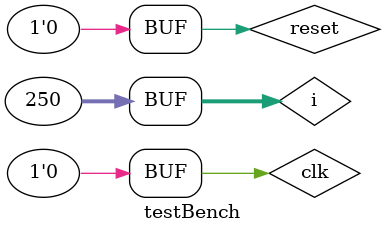
<source format=v>
`include "CPU.v"

module testBench;

    //reg [9:0] opcode; // Instruction Opcode
    reg clk, reset; // Clock and Reset signals
    wire [3:0] out; // Machine Output
    integer i; // Count

    //initialize CPU (need to change inputs)
    CPU cpu1(clk, reset, 9'b010110110, out[3:0]);

    // n breakdown
    // first 4 bits for microcode 1
    // next 3 bits for microcode 2
    // next 2 bits for microcode 3
    
    //start clock signal
	initial begin

        // Turn on Machine
        reset = 1'b1;
        #1
        reset = 1'b0;

        // Run Clock
		clk = 1'b0;
        #2.5;
		for(i = 0; i < 250; i++) begin
			clk = ~clk;
			#5;
		end
	end


	initial begin
		#90;
		reset = 1'b1;
		#10;
		reset = 1'b0;
	end

    //monitor outputs
	initial begin
		$monitor("t = %3d   clk:%dd   out:%b   out:%d",$time, clk, out, out);
	end
	
	//export outputs
	initial begin
		$dumpfile("p2.vcd");
		$dumpvars(0,testBench);
	end
endmodule
</source>
